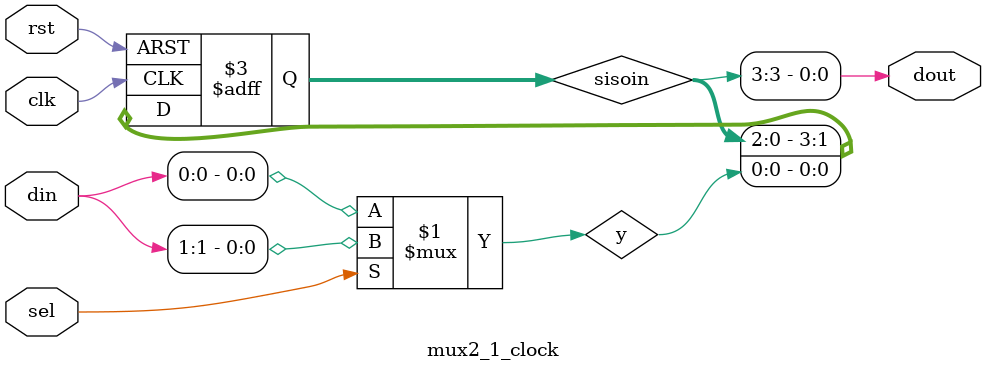
<source format=sv>

module mux2_1_clock(input clk,rst,input sel, input [1:0]din, output dout);

  wire y=sel?din[1]:din[0];
  reg [3:0]sisoin;
  
  always@(posedge clk or posedge rst) begin
    if(rst)
      sisoin='0;
    else begin
      sisoin={sisoin[2:0],y};
    end
  end
  assign dout=sisoin[3];
endmodule

</source>
